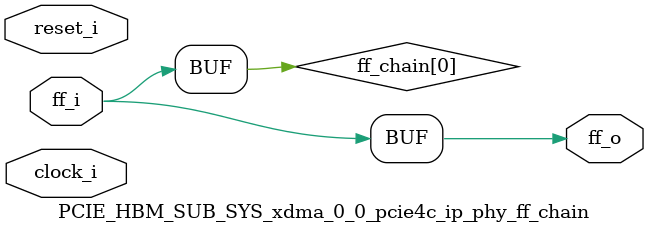
<source format=v>
/*****************************************************************************
** Description:
**    Flop Chain
**
******************************************************************************/

`timescale 1ps/1ps

`define AS_PHYREG(clk, reset, q, d, rstval)  \
   always @(posedge clk or posedge reset) begin \
      if (reset) \
         q  <= #(TCQ)   rstval;  \
      else  \
         q  <= #(TCQ)   d; \
   end

`define PHYREG(clk, reset, q, d, rstval)  \
   always @(posedge clk) begin \
      if (reset) \
         q  <= #(TCQ)   rstval;  \
      else  \
         q  <= #(TCQ)   d; \
   end

(* DowngradeIPIdentifiedWarnings = "yes" *)
module PCIE_HBM_SUB_SYS_xdma_0_0_pcie4c_ip_phy_ff_chain #(
   // Parameters
   parameter integer PIPELINE_STAGES   = 0,        // 0 = no pipeline; 1 = 1 stage; 2 = 2 stages; 3 = 3 stages
   parameter         ASYNC             = "FALSE",
   parameter integer FF_WIDTH          = 1,
   parameter integer RST_VAL           = 0,
   parameter integer TCQ               = 1
)  (   
   input  wire                         clock_i,          
   input  wire                         reset_i,           
   input  wire [FF_WIDTH-1:0]          ff_i,            
   output wire [FF_WIDTH-1:0]          ff_o        
   );

   genvar   var_i;

   reg   [FF_WIDTH-1:0]          ff_chain [PIPELINE_STAGES:0];

   always @(*) ff_chain[0] = ff_i;

generate
   if (PIPELINE_STAGES > 0) begin:  with_ff_chain
      for (var_i = 0; var_i < PIPELINE_STAGES; var_i = var_i + 1) begin: ff_chain_gen
         if (ASYNC == "TRUE") begin: async_rst
            `AS_PHYREG(clock_i, reset_i, ff_chain[var_i+1], ff_chain[var_i], RST_VAL)
         end else begin: sync_rst
            `PHYREG(clock_i, reset_i, ff_chain[var_i+1], ff_chain[var_i], RST_VAL)
         end
      end
   end
endgenerate

   assign ff_o = ff_chain[PIPELINE_STAGES];

endmodule

</source>
